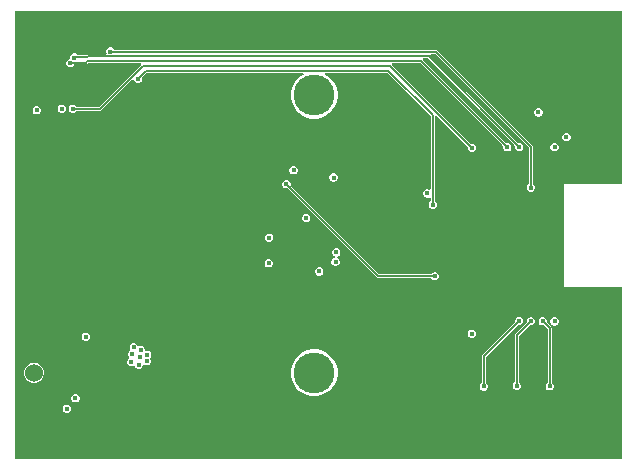
<source format=gbr>
%TF.GenerationSoftware,Altium Limited,Altium Designer,23.5.1 (21)*%
G04 Layer_Physical_Order=6*
G04 Layer_Color=16711680*
%FSLAX45Y45*%
%MOMM*%
%TF.SameCoordinates,0CF0D061-263B-42B0-A585-B6EE71A6EBF9*%
%TF.FilePolarity,Positive*%
%TF.FileFunction,Copper,L6,Bot,Signal*%
%TF.Part,Single*%
G01*
G75*
%TA.AperFunction,Conductor*%
%ADD28C,0.12700*%
%TA.AperFunction,TestPad*%
%ADD31C,1.52400*%
%TA.AperFunction,ComponentPad*%
%ADD32C,3.45440*%
%TA.AperFunction,ViaPad*%
%ADD33C,0.45000*%
G36*
X7828209Y4890991D02*
X7337096D01*
Y4010896D01*
X7828209D01*
Y2560391D01*
X2687391D01*
Y6355009D01*
X7828209D01*
Y4890991D01*
D02*
G37*
%LPC*%
G36*
X3501132Y6043210D02*
X3487128D01*
X3474191Y6037851D01*
X3464289Y6027949D01*
X3458930Y6015012D01*
Y6001008D01*
X3461147Y5995656D01*
X3452811Y5982956D01*
X3307080D01*
X3295416Y5978124D01*
X3292439Y5975148D01*
X3218188D01*
X3217541Y5976710D01*
X3207639Y5986612D01*
X3194702Y5991971D01*
X3180698D01*
X3167761Y5986612D01*
X3157859Y5976710D01*
X3152500Y5963773D01*
Y5949770D01*
X3149728Y5945621D01*
X3146334D01*
X3133397Y5940262D01*
X3123495Y5930360D01*
X3118136Y5917423D01*
Y5903419D01*
X3123495Y5890482D01*
X3133397Y5880580D01*
X3146334Y5875221D01*
X3160337D01*
X3173275Y5880580D01*
X3183177Y5890482D01*
X3186591Y5898726D01*
X3286374D01*
X3298038Y5903557D01*
X3303504Y5909023D01*
X3751371D01*
X3754477Y5899026D01*
X3754634Y5896323D01*
X3399307Y5540996D01*
X3206267D01*
X3204841Y5544439D01*
X3194939Y5554341D01*
X3182002Y5559700D01*
X3167998D01*
X3155061Y5554341D01*
X3145159Y5544439D01*
X3139800Y5531502D01*
Y5517498D01*
X3145159Y5504561D01*
X3155061Y5494659D01*
X3167998Y5489300D01*
X3182002D01*
X3194939Y5494659D01*
X3204841Y5504561D01*
X3206267Y5508004D01*
X3406140D01*
X3417804Y5512836D01*
X3680820Y5775852D01*
X3693520Y5771498D01*
X3698879Y5758561D01*
X3708781Y5748659D01*
X3721718Y5743300D01*
X3735722D01*
X3748659Y5748659D01*
X3758561Y5758561D01*
X3763920Y5771498D01*
Y5785502D01*
X3762494Y5788945D01*
X3801593Y5828044D01*
X5127360D01*
X5129838Y5815588D01*
X5126045Y5814017D01*
X5093661Y5792379D01*
X5066121Y5764839D01*
X5044483Y5732455D01*
X5029578Y5696473D01*
X5021980Y5658274D01*
Y5619326D01*
X5029578Y5581127D01*
X5044483Y5545145D01*
X5066121Y5512761D01*
X5093661Y5485221D01*
X5126045Y5463583D01*
X5162027Y5448678D01*
X5200226Y5441080D01*
X5239174D01*
X5277373Y5448678D01*
X5313355Y5463583D01*
X5345739Y5485221D01*
X5373279Y5512761D01*
X5394917Y5545145D01*
X5409822Y5581127D01*
X5417420Y5619326D01*
Y5658274D01*
X5409822Y5696473D01*
X5394917Y5732455D01*
X5373279Y5764839D01*
X5345739Y5792379D01*
X5313355Y5814017D01*
X5309562Y5815588D01*
X5312040Y5828044D01*
X5840247D01*
X6206504Y5461787D01*
Y4845369D01*
X6193804Y4839171D01*
X6184802Y4842900D01*
X6170798D01*
X6157861Y4837541D01*
X6147959Y4827639D01*
X6142600Y4814702D01*
Y4800698D01*
X6147959Y4787761D01*
X6157861Y4777859D01*
X6170798Y4772500D01*
X6184802D01*
X6193804Y4776229D01*
X6206504Y4770031D01*
Y4742967D01*
X6203061Y4741541D01*
X6193159Y4731639D01*
X6187800Y4718702D01*
Y4704698D01*
X6193159Y4691761D01*
X6203061Y4681859D01*
X6215998Y4676500D01*
X6230002D01*
X6242939Y4681859D01*
X6252841Y4691761D01*
X6258200Y4704698D01*
Y4718702D01*
X6252841Y4731639D01*
X6242939Y4741541D01*
X6239496Y4742967D01*
Y5466715D01*
X6244633Y5470513D01*
X6251229Y5472942D01*
X6520126Y5204045D01*
X6518700Y5200602D01*
Y5186598D01*
X6524059Y5173661D01*
X6533961Y5163759D01*
X6546898Y5158400D01*
X6560902D01*
X6573839Y5163759D01*
X6583741Y5173661D01*
X6589100Y5186598D01*
Y5200602D01*
X6583741Y5213539D01*
X6573839Y5223441D01*
X6560902Y5228800D01*
X6546898D01*
X6543455Y5227374D01*
X5874505Y5896323D01*
X5874662Y5899026D01*
X5877769Y5909023D01*
X6119949D01*
X6820126Y5208845D01*
X6818700Y5205402D01*
Y5191398D01*
X6824059Y5178461D01*
X6833961Y5168559D01*
X6846898Y5163200D01*
X6860902D01*
X6873839Y5168559D01*
X6883741Y5178461D01*
X6889100Y5191398D01*
Y5205402D01*
X6883741Y5218339D01*
X6873839Y5228241D01*
X6860902Y5233600D01*
X6846898D01*
X6843455Y5232174D01*
X6138445Y5937183D01*
X6138249Y5937264D01*
X6140776Y5949964D01*
X6180607D01*
X6920126Y5210445D01*
X6918700Y5207002D01*
Y5192998D01*
X6924059Y5180061D01*
X6933961Y5170159D01*
X6946898Y5164800D01*
X6960902D01*
X6973839Y5170159D01*
X6983741Y5180061D01*
X6989100Y5192998D01*
Y5207002D01*
X6983741Y5219939D01*
X6973839Y5229841D01*
X6960902Y5235200D01*
X6946898D01*
X6943455Y5233774D01*
X6201864Y5975364D01*
X6205767Y5988064D01*
X6246647D01*
X7037404Y5197307D01*
Y4888067D01*
X7033961Y4886641D01*
X7024059Y4876739D01*
X7018700Y4863802D01*
Y4849798D01*
X7024059Y4836861D01*
X7033961Y4826959D01*
X7046898Y4821600D01*
X7060902D01*
X7073839Y4826959D01*
X7083741Y4836861D01*
X7089100Y4849798D01*
Y4863802D01*
X7083741Y4876739D01*
X7073839Y4886641D01*
X7070396Y4888067D01*
Y5204140D01*
X7065564Y5215804D01*
X6265144Y6016224D01*
X6253480Y6021056D01*
X3526826D01*
X3523971Y6027949D01*
X3514069Y6037851D01*
X3501132Y6043210D01*
D02*
G37*
G36*
X3088022Y5559700D02*
X3074018D01*
X3061081Y5554341D01*
X3051179Y5544439D01*
X3045820Y5531502D01*
Y5517498D01*
X3051179Y5504561D01*
X3061081Y5494659D01*
X3074018Y5489300D01*
X3088022D01*
X3100959Y5494659D01*
X3110861Y5504561D01*
X3116220Y5517498D01*
Y5531502D01*
X3110861Y5544439D01*
X3100959Y5554341D01*
X3088022Y5559700D01*
D02*
G37*
G36*
X2877202Y5547000D02*
X2863198D01*
X2850261Y5541641D01*
X2840359Y5531739D01*
X2835000Y5518802D01*
Y5504798D01*
X2840359Y5491861D01*
X2850261Y5481959D01*
X2863198Y5476600D01*
X2877202D01*
X2890139Y5481959D01*
X2900041Y5491861D01*
X2905400Y5504798D01*
Y5518802D01*
X2900041Y5531739D01*
X2890139Y5541641D01*
X2877202Y5547000D01*
D02*
G37*
G36*
X7125002Y5527600D02*
X7110998D01*
X7098061Y5522241D01*
X7088159Y5512339D01*
X7082800Y5499402D01*
Y5485398D01*
X7088159Y5472461D01*
X7098061Y5462559D01*
X7110998Y5457200D01*
X7125002D01*
X7137939Y5462559D01*
X7147841Y5472461D01*
X7153200Y5485398D01*
Y5499402D01*
X7147841Y5512339D01*
X7137939Y5522241D01*
X7125002Y5527600D01*
D02*
G37*
G36*
X7360902Y5319300D02*
X7346898D01*
X7333961Y5313941D01*
X7324059Y5304039D01*
X7318700Y5291102D01*
Y5277098D01*
X7324059Y5264161D01*
X7333961Y5254259D01*
X7346898Y5248900D01*
X7360902D01*
X7373839Y5254259D01*
X7383741Y5264161D01*
X7389100Y5277098D01*
Y5291102D01*
X7383741Y5304039D01*
X7373839Y5313941D01*
X7360902Y5319300D01*
D02*
G37*
G36*
X7260902Y5234800D02*
X7246898D01*
X7233961Y5229441D01*
X7224059Y5219539D01*
X7218700Y5206602D01*
Y5192598D01*
X7224059Y5179661D01*
X7233961Y5169759D01*
X7246898Y5164400D01*
X7260902D01*
X7273839Y5169759D01*
X7283741Y5179661D01*
X7289100Y5192598D01*
Y5206602D01*
X7283741Y5219539D01*
X7273839Y5229441D01*
X7260902Y5234800D01*
D02*
G37*
G36*
X5051442Y5037860D02*
X5037438D01*
X5024501Y5032501D01*
X5014599Y5022599D01*
X5009240Y5009662D01*
Y4995658D01*
X5014599Y4982721D01*
X5024501Y4972819D01*
X5037438Y4967460D01*
X5051442D01*
X5064379Y4972819D01*
X5074281Y4982721D01*
X5079640Y4995658D01*
Y5009662D01*
X5074281Y5022599D01*
X5064379Y5032501D01*
X5051442Y5037860D01*
D02*
G37*
G36*
X5390302Y4977000D02*
X5376298D01*
X5363361Y4971641D01*
X5353459Y4961739D01*
X5348100Y4948802D01*
Y4934798D01*
X5353459Y4921861D01*
X5363361Y4911959D01*
X5376298Y4906600D01*
X5390302D01*
X5403239Y4911959D01*
X5413141Y4921861D01*
X5418500Y4934798D01*
Y4948802D01*
X5413141Y4961739D01*
X5403239Y4971641D01*
X5390302Y4977000D01*
D02*
G37*
G36*
X5157302Y4634320D02*
X5143298D01*
X5130361Y4628961D01*
X5120459Y4619059D01*
X5115100Y4606122D01*
Y4592118D01*
X5120459Y4579181D01*
X5130361Y4569279D01*
X5143298Y4563920D01*
X5157302D01*
X5170239Y4569279D01*
X5180141Y4579181D01*
X5185500Y4592118D01*
Y4606122D01*
X5180141Y4619059D01*
X5170239Y4628961D01*
X5157302Y4634320D01*
D02*
G37*
G36*
X4844062Y4466600D02*
X4830058D01*
X4817121Y4461241D01*
X4807219Y4451339D01*
X4801860Y4438402D01*
Y4424398D01*
X4807219Y4411461D01*
X4817121Y4401559D01*
X4830058Y4396200D01*
X4844062D01*
X4856999Y4401559D01*
X4866901Y4411461D01*
X4872260Y4424398D01*
Y4438402D01*
X4866901Y4451339D01*
X4856999Y4461241D01*
X4844062Y4466600D01*
D02*
G37*
G36*
X5412762Y4342400D02*
X5398758D01*
X5385821Y4337041D01*
X5375919Y4327139D01*
X5370560Y4314202D01*
Y4300198D01*
X5375919Y4287261D01*
X5385821Y4277359D01*
X5391836Y4274867D01*
X5392141Y4268096D01*
X5390573Y4261644D01*
X5379461Y4257041D01*
X5369559Y4247139D01*
X5364200Y4234202D01*
Y4220198D01*
X5369559Y4207261D01*
X5379461Y4197359D01*
X5392398Y4192000D01*
X5406402D01*
X5419339Y4197359D01*
X5429241Y4207261D01*
X5434600Y4220198D01*
Y4234202D01*
X5429241Y4247139D01*
X5419339Y4257041D01*
X5413324Y4259533D01*
X5413019Y4266304D01*
X5414587Y4272756D01*
X5425699Y4277359D01*
X5435601Y4287261D01*
X5440960Y4300198D01*
Y4314202D01*
X5435601Y4327139D01*
X5425699Y4337041D01*
X5412762Y4342400D01*
D02*
G37*
G36*
X4840622Y4251600D02*
X4826618D01*
X4813681Y4246241D01*
X4803779Y4236339D01*
X4798420Y4223402D01*
Y4209398D01*
X4803779Y4196461D01*
X4813681Y4186559D01*
X4826618Y4181200D01*
X4840622D01*
X4853559Y4186559D01*
X4863461Y4196461D01*
X4868820Y4209398D01*
Y4223402D01*
X4863461Y4236339D01*
X4853559Y4246241D01*
X4840622Y4251600D01*
D02*
G37*
G36*
X5269262Y4182400D02*
X5255258D01*
X5242321Y4177041D01*
X5232419Y4167139D01*
X5227060Y4154202D01*
Y4140198D01*
X5232419Y4127261D01*
X5242321Y4117359D01*
X5255258Y4112000D01*
X5269262D01*
X5282199Y4117359D01*
X5292101Y4127261D01*
X5297460Y4140198D01*
Y4154202D01*
X5292101Y4167139D01*
X5282199Y4177041D01*
X5269262Y4182400D01*
D02*
G37*
G36*
X4990482Y4919620D02*
X4976478D01*
X4963541Y4914261D01*
X4953639Y4904359D01*
X4948280Y4891422D01*
Y4877418D01*
X4953639Y4864481D01*
X4963541Y4854579D01*
X4976478Y4849220D01*
X4990482D01*
X4993925Y4850646D01*
X5748536Y4096035D01*
X5760200Y4091204D01*
X6210033D01*
X6211459Y4087761D01*
X6221361Y4077859D01*
X6234298Y4072500D01*
X6248302D01*
X6261239Y4077859D01*
X6271141Y4087761D01*
X6276500Y4100698D01*
Y4114702D01*
X6271141Y4127639D01*
X6261239Y4137541D01*
X6248302Y4142900D01*
X6234298D01*
X6221361Y4137541D01*
X6211459Y4127639D01*
X6210033Y4124196D01*
X5767033D01*
X5017254Y4873975D01*
X5018680Y4877418D01*
Y4891422D01*
X5013321Y4904359D01*
X5003419Y4914261D01*
X4990482Y4919620D01*
D02*
G37*
G36*
X6960902Y3763300D02*
X6946898D01*
X6933961Y3757941D01*
X6924059Y3748039D01*
X6918700Y3735102D01*
Y3721098D01*
X6920126Y3717655D01*
X6643136Y3440664D01*
X6638304Y3429000D01*
Y3203727D01*
X6634861Y3202301D01*
X6624959Y3192399D01*
X6619600Y3179462D01*
Y3165458D01*
X6624959Y3152521D01*
X6634861Y3142619D01*
X6647798Y3137260D01*
X6661802D01*
X6674739Y3142619D01*
X6684641Y3152521D01*
X6690000Y3165458D01*
Y3179462D01*
X6684641Y3192399D01*
X6674739Y3202301D01*
X6671296Y3203727D01*
Y3422167D01*
X6943455Y3694326D01*
X6946898Y3692900D01*
X6960902D01*
X6973839Y3698259D01*
X6983741Y3708161D01*
X6989100Y3721098D01*
Y3735102D01*
X6983741Y3748039D01*
X6973839Y3757941D01*
X6960902Y3763300D01*
D02*
G37*
G36*
X7060902Y3761700D02*
X7046898D01*
X7033961Y3756341D01*
X7024059Y3746439D01*
X7018700Y3733502D01*
Y3719498D01*
X7020126Y3716055D01*
X6922536Y3618464D01*
X6917704Y3606800D01*
Y3208807D01*
X6914261Y3207381D01*
X6904359Y3197479D01*
X6899000Y3184542D01*
Y3170538D01*
X6904359Y3157601D01*
X6914261Y3147699D01*
X6927198Y3142340D01*
X6941202D01*
X6954139Y3147699D01*
X6964041Y3157601D01*
X6969400Y3170538D01*
Y3184542D01*
X6964041Y3197479D01*
X6954139Y3207381D01*
X6950696Y3208807D01*
Y3599967D01*
X7043455Y3692726D01*
X7046898Y3691300D01*
X7060902D01*
X7073839Y3696659D01*
X7083741Y3706561D01*
X7089100Y3719498D01*
Y3733502D01*
X7083741Y3746439D01*
X7073839Y3756341D01*
X7060902Y3761700D01*
D02*
G37*
G36*
X7260902Y3758500D02*
X7246898D01*
X7233961Y3753141D01*
X7224059Y3743239D01*
X7218700Y3730302D01*
Y3716298D01*
X7224059Y3703361D01*
X7233961Y3693459D01*
X7246898Y3688100D01*
X7260902D01*
X7273839Y3693459D01*
X7283741Y3703361D01*
X7289100Y3716298D01*
Y3730302D01*
X7283741Y3743239D01*
X7273839Y3753141D01*
X7260902Y3758500D01*
D02*
G37*
G36*
X6560202Y3654700D02*
X6546198D01*
X6533261Y3649341D01*
X6523359Y3639439D01*
X6518000Y3626502D01*
Y3612498D01*
X6523359Y3599561D01*
X6533261Y3589659D01*
X6546198Y3584300D01*
X6560202D01*
X6573139Y3589659D01*
X6583041Y3599561D01*
X6588400Y3612498D01*
Y3626502D01*
X6583041Y3639439D01*
X6573139Y3649341D01*
X6560202Y3654700D01*
D02*
G37*
G36*
X3291222Y3629300D02*
X3277218D01*
X3264281Y3623941D01*
X3254379Y3614039D01*
X3249020Y3601102D01*
Y3587098D01*
X3254379Y3574161D01*
X3264281Y3564259D01*
X3277218Y3558900D01*
X3291222D01*
X3304159Y3564259D01*
X3314061Y3574161D01*
X3319420Y3587098D01*
Y3601102D01*
X3314061Y3614039D01*
X3304159Y3623941D01*
X3291222Y3629300D01*
D02*
G37*
G36*
X3697622Y3540400D02*
X3683618D01*
X3670681Y3535041D01*
X3660779Y3525139D01*
X3655420Y3512202D01*
Y3498198D01*
X3658004Y3491959D01*
X3657825Y3478138D01*
X3647923Y3468237D01*
X3642564Y3455299D01*
Y3441296D01*
X3647923Y3428359D01*
X3651709Y3424573D01*
X3650702Y3410497D01*
X3649989Y3409700D01*
X3640794Y3400505D01*
X3635435Y3387568D01*
Y3373564D01*
X3640794Y3360627D01*
X3650696Y3350725D01*
X3663633Y3345366D01*
X3677637D01*
X3686863Y3349188D01*
X3692033Y3349838D01*
X3701741Y3343931D01*
X3704294Y3337767D01*
X3714196Y3327865D01*
X3727133Y3322506D01*
X3741137D01*
X3754074Y3327865D01*
X3763976Y3337767D01*
X3769335Y3350704D01*
Y3351125D01*
X3782035Y3356385D01*
X3782441Y3355979D01*
X3795378Y3350620D01*
X3809382D01*
X3822319Y3355979D01*
X3832221Y3365881D01*
X3837580Y3378818D01*
Y3392822D01*
X3832221Y3405759D01*
X3825490Y3412490D01*
X3834761Y3421761D01*
X3840120Y3434698D01*
Y3448702D01*
X3834761Y3461639D01*
X3824859Y3471541D01*
X3811922Y3476900D01*
X3797918D01*
X3796940Y3476495D01*
X3784240Y3484981D01*
Y3489342D01*
X3778881Y3502279D01*
X3768979Y3512181D01*
X3756042Y3517540D01*
X3742038D01*
X3737148Y3515514D01*
X3728497Y3512985D01*
X3721818Y3521864D01*
X3720461Y3525139D01*
X3710559Y3535041D01*
X3697622Y3540400D01*
D02*
G37*
G36*
X2858542Y3374390D02*
X2836138D01*
X2814497Y3368591D01*
X2795093Y3357389D01*
X2779251Y3341547D01*
X2768049Y3322143D01*
X2762250Y3300502D01*
Y3278098D01*
X2768049Y3256457D01*
X2779251Y3237053D01*
X2795093Y3221211D01*
X2814497Y3210009D01*
X2836138Y3204210D01*
X2858542D01*
X2880183Y3210009D01*
X2899587Y3221211D01*
X2915429Y3237053D01*
X2926631Y3256457D01*
X2932430Y3278098D01*
Y3300502D01*
X2926631Y3322143D01*
X2915429Y3341547D01*
X2899587Y3357389D01*
X2880183Y3368591D01*
X2858542Y3374390D01*
D02*
G37*
G36*
X7160902Y3760100D02*
X7146898D01*
X7133961Y3754741D01*
X7124059Y3744839D01*
X7118700Y3731902D01*
Y3717898D01*
X7124059Y3704961D01*
X7133961Y3695059D01*
X7146898Y3689700D01*
X7160902D01*
X7164345Y3691126D01*
X7197104Y3658367D01*
Y3206267D01*
X7193661Y3204841D01*
X7183759Y3194939D01*
X7178400Y3182002D01*
Y3167998D01*
X7183759Y3155061D01*
X7193661Y3145159D01*
X7206598Y3139800D01*
X7220602D01*
X7233539Y3145159D01*
X7243441Y3155061D01*
X7248800Y3167998D01*
Y3182002D01*
X7243441Y3194939D01*
X7233539Y3204841D01*
X7230096Y3206267D01*
Y3665200D01*
X7225264Y3676864D01*
X7187673Y3714455D01*
X7189100Y3717898D01*
Y3731902D01*
X7183741Y3744839D01*
X7173839Y3754741D01*
X7160902Y3760100D01*
D02*
G37*
G36*
X5239174Y3487020D02*
X5200226D01*
X5162027Y3479422D01*
X5126045Y3464517D01*
X5093661Y3442879D01*
X5066121Y3415339D01*
X5044483Y3382955D01*
X5029578Y3346973D01*
X5021980Y3308774D01*
Y3269826D01*
X5029578Y3231627D01*
X5044483Y3195645D01*
X5066121Y3163261D01*
X5093661Y3135721D01*
X5126045Y3114083D01*
X5162027Y3099178D01*
X5200226Y3091580D01*
X5239174D01*
X5277373Y3099178D01*
X5313355Y3114083D01*
X5345739Y3135721D01*
X5373279Y3163261D01*
X5394917Y3195645D01*
X5409822Y3231627D01*
X5417420Y3269826D01*
Y3308774D01*
X5409822Y3346973D01*
X5394917Y3382955D01*
X5373279Y3415339D01*
X5345739Y3442879D01*
X5313355Y3464517D01*
X5277373Y3479422D01*
X5239174Y3487020D01*
D02*
G37*
G36*
X3204862Y3108600D02*
X3190858D01*
X3177921Y3103241D01*
X3168019Y3093339D01*
X3162660Y3080402D01*
Y3066398D01*
X3168019Y3053461D01*
X3177921Y3043559D01*
X3190858Y3038200D01*
X3204862D01*
X3217799Y3043559D01*
X3227701Y3053461D01*
X3233060Y3066398D01*
Y3080402D01*
X3227701Y3093339D01*
X3217799Y3103241D01*
X3204862Y3108600D01*
D02*
G37*
G36*
X3131202Y3019700D02*
X3117198D01*
X3104261Y3014341D01*
X3094359Y3004439D01*
X3089000Y2991502D01*
Y2977498D01*
X3094359Y2964561D01*
X3104261Y2954659D01*
X3117198Y2949300D01*
X3131202D01*
X3144139Y2954659D01*
X3154041Y2964561D01*
X3159400Y2977498D01*
Y2991502D01*
X3154041Y3004439D01*
X3144139Y3014341D01*
X3131202Y3019700D01*
D02*
G37*
%LPD*%
D28*
X3794760Y5844540D02*
X5847080D01*
X3728720Y5778500D02*
X3794760Y5844540D01*
X5847080D02*
X6223000Y5468620D01*
X3406140Y5524500D02*
X3766820Y5885180D01*
X5862320D02*
X6553900Y5193600D01*
X3766820Y5885180D02*
X5862320D01*
X3153336Y5910421D02*
X3158136Y5915221D01*
X6126781Y5925519D02*
X6853900Y5198400D01*
X3299272Y5958652D02*
X3307080Y5966460D01*
X3187700Y5956771D02*
X3189580Y5958652D01*
X3158136Y5915221D02*
X3286374D01*
X3296672Y5925519D01*
X6126781D01*
X3189580Y5958652D02*
X3299272D01*
X3307080Y5966460D02*
X6187440D01*
X6953900Y5200000D01*
X3494130Y6008010D02*
X3497580Y6004560D01*
X6253480D01*
X7053900Y5204140D01*
X6223000Y4711700D02*
Y5468620D01*
X3175000Y5524500D02*
X3406140D01*
X5760200Y4107700D02*
X6241300D01*
X4983480Y4884420D02*
X5760200Y4107700D01*
X7053900Y4856800D02*
Y5204140D01*
X6654800Y3429000D02*
X6953900Y3728100D01*
X7213600Y3175000D02*
Y3665200D01*
X7153900Y3724900D02*
X7213600Y3665200D01*
X6934200Y3177540D02*
Y3606800D01*
X7053900Y3726500D01*
X6654800Y3172460D02*
Y3429000D01*
D31*
X2847340Y3289300D02*
D03*
Y4559300D02*
D03*
D32*
X5219700Y3289300D02*
D03*
Y5638800D02*
D03*
D33*
X6553200Y3619500D02*
D03*
X6667500Y4127500D02*
D03*
X3124200Y2984500D02*
D03*
X7759700Y5194300D02*
D03*
X7785100Y3721100D02*
D03*
X7670800D02*
D03*
X7556500D02*
D03*
X7366000D02*
D03*
X7315200Y4038600D02*
D03*
X7314221Y4229196D02*
D03*
X7315200Y4140200D02*
D03*
Y4318000D02*
D03*
Y4419600D02*
D03*
Y4508500D02*
D03*
Y4597400D02*
D03*
Y4686300D02*
D03*
Y4775200D02*
D03*
Y4864100D02*
D03*
X7620000Y6032500D02*
D03*
X7778750Y5715000D02*
D03*
X7620000Y5397500D02*
D03*
Y3492500D02*
D03*
X7778750Y3175000D02*
D03*
X7620000Y2857500D02*
D03*
X7302500Y6032500D02*
D03*
X7461250Y5715000D02*
D03*
X7302500Y3492500D02*
D03*
X7461250Y3175000D02*
D03*
X7302500Y2857500D02*
D03*
X6985000Y6032500D02*
D03*
X7143750Y5715000D02*
D03*
X6985000Y5397500D02*
D03*
Y4762500D02*
D03*
X7143750Y4445000D02*
D03*
X6985000Y4127500D02*
D03*
Y3492500D02*
D03*
X7143750Y3175000D02*
D03*
X6667500Y6032500D02*
D03*
X6826250Y5715000D02*
D03*
X6667500Y4762500D02*
D03*
X6826250Y4445000D02*
D03*
Y3175000D02*
D03*
X6350000Y6032500D02*
D03*
Y3492500D02*
D03*
X6508750Y3175000D02*
D03*
X6350000Y2857500D02*
D03*
X6191250Y5715000D02*
D03*
X6032500Y5397500D02*
D03*
Y4762500D02*
D03*
X6191250Y4445000D02*
D03*
Y3810000D02*
D03*
X6032500Y3492500D02*
D03*
X6191250Y3175000D02*
D03*
X6032500Y2857500D02*
D03*
X5873750Y5715000D02*
D03*
X5715000Y5397500D02*
D03*
X5873750Y5080000D02*
D03*
X5715000Y4762500D02*
D03*
X5873750Y4445000D02*
D03*
Y3810000D02*
D03*
X5715000Y3492500D02*
D03*
X5873750Y3175000D02*
D03*
X5715000Y2857500D02*
D03*
X5397500Y4762500D02*
D03*
X5556250Y4445000D02*
D03*
X5397500Y4127500D02*
D03*
X5556250Y3810000D02*
D03*
X5397500Y2857500D02*
D03*
X5238750Y5080000D02*
D03*
Y4445000D02*
D03*
Y3810000D02*
D03*
X5080000Y2857500D02*
D03*
X4762500Y5397500D02*
D03*
X4921250Y5080000D02*
D03*
X4762500Y4762500D02*
D03*
Y4127500D02*
D03*
Y3492500D02*
D03*
Y2857500D02*
D03*
X4603750Y5715000D02*
D03*
X4445000Y5397500D02*
D03*
X4603750Y5080000D02*
D03*
X4445000Y4762500D02*
D03*
X4603750Y4445000D02*
D03*
X4445000Y4127500D02*
D03*
X4603750Y3810000D02*
D03*
X4445000Y3492500D02*
D03*
X4603750Y3175000D02*
D03*
X4445000Y2857500D02*
D03*
X4286250Y5715000D02*
D03*
X4127500Y5397500D02*
D03*
X4286250Y5080000D02*
D03*
X4127500Y4762500D02*
D03*
Y4127500D02*
D03*
X4286250Y3810000D02*
D03*
X4127500Y3492500D02*
D03*
X4286250Y3175000D02*
D03*
X4127500Y2857500D02*
D03*
X3968750Y5715000D02*
D03*
X3810000Y5397500D02*
D03*
X3968750Y5080000D02*
D03*
X3810000Y4762500D02*
D03*
X3968750Y4445000D02*
D03*
X3810000Y4127500D02*
D03*
X3968750Y3810000D02*
D03*
Y3175000D02*
D03*
X3810000Y2857500D02*
D03*
X3492500Y5397500D02*
D03*
Y4762500D02*
D03*
X3651250Y4445000D02*
D03*
X3492500Y4127500D02*
D03*
X3651250Y3810000D02*
D03*
Y3175000D02*
D03*
X3492500Y2857500D02*
D03*
X3333750Y5080000D02*
D03*
X3175000Y4762500D02*
D03*
X3333750Y4445000D02*
D03*
X3175000Y4127500D02*
D03*
Y2857500D02*
D03*
X2857500Y5397500D02*
D03*
X3016250Y5080000D02*
D03*
X2857500Y4762500D02*
D03*
X3016250Y4445000D02*
D03*
X2857500Y4127500D02*
D03*
X3016250Y3810000D02*
D03*
X2857500Y2857500D02*
D03*
X2870200Y5511800D02*
D03*
X3187700Y5956771D02*
D03*
X3153336Y5910421D02*
D03*
X3494130Y6008010D02*
D03*
X3670635Y3380566D02*
D03*
X3677764Y3448298D02*
D03*
X3734135Y3357706D02*
D03*
X3741264Y3425438D02*
D03*
X3802380Y3385820D02*
D03*
X3804920Y3441700D02*
D03*
X3749040Y3482340D02*
D03*
X3690620Y3505200D02*
D03*
X7118000Y5492400D02*
D03*
X6177800Y4807700D02*
D03*
X6223000Y4711700D02*
D03*
X5405760Y4307200D02*
D03*
X4833620Y4216400D02*
D03*
X4837060Y4431400D02*
D03*
X5150300Y4599120D02*
D03*
X3728720Y5778500D02*
D03*
X3081020Y5524500D02*
D03*
X3175000D02*
D03*
X3197860Y3073400D02*
D03*
X3284220Y3594100D02*
D03*
X6553900Y5193600D02*
D03*
X6953900Y3728100D02*
D03*
X7213600Y3175000D02*
D03*
X6934200Y3177540D02*
D03*
X6654800Y3172460D02*
D03*
X4983480Y4884420D02*
D03*
X5044440Y5002660D02*
D03*
X5383300Y4941800D02*
D03*
X5399400Y4227200D02*
D03*
X5262260Y4147200D02*
D03*
X7253900Y3723300D02*
D03*
X7153900Y3724900D02*
D03*
X7053900Y3726500D02*
D03*
X6241300Y4107700D02*
D03*
X6853900Y5198400D02*
D03*
X6953900Y5200000D02*
D03*
X7053900Y4856800D02*
D03*
X7353900Y5284100D02*
D03*
X7253900Y5199600D02*
D03*
%TF.MD5,2c424191beb50f179997dbdc9368f79d*%
M02*

</source>
